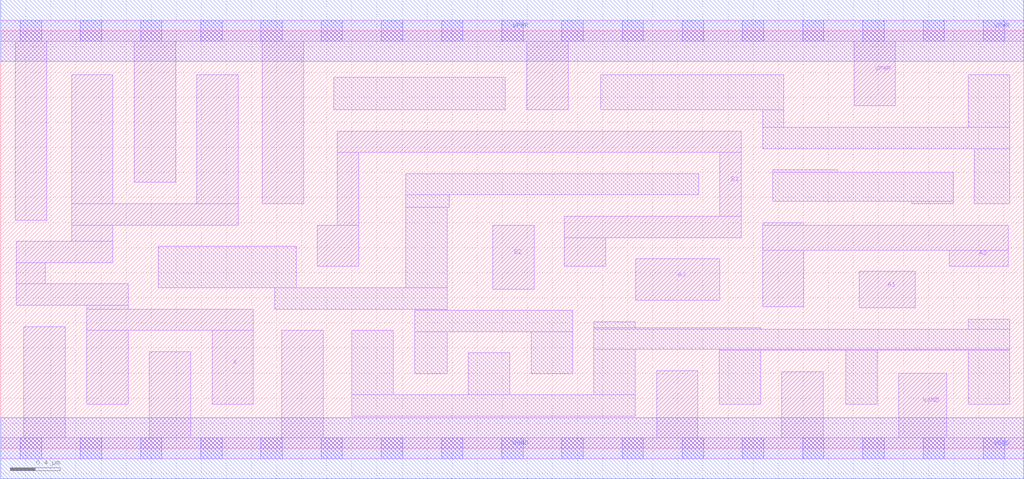
<source format=lef>
# Copyright 2020 The SkyWater PDK Authors
#
# Licensed under the Apache License, Version 2.0 (the "License");
# you may not use this file except in compliance with the License.
# You may obtain a copy of the License at
#
#     https://www.apache.org/licenses/LICENSE-2.0
#
# Unless required by applicable law or agreed to in writing, software
# distributed under the License is distributed on an "AS IS" BASIS,
# WITHOUT WARRANTIES OR CONDITIONS OF ANY KIND, either express or implied.
# See the License for the specific language governing permissions and
# limitations under the License.
#
# SPDX-License-Identifier: Apache-2.0

VERSION 5.7 ;
  NAMESCASESENSITIVE ON ;
  NOWIREEXTENSIONATPIN ON ;
  DIVIDERCHAR "/" ;
  BUSBITCHARS "[]" ;
UNITS
  DATABASE MICRONS 200 ;
END UNITS
MACRO sky130_fd_sc_hs__o32a_4
  CLASS CORE ;
  SOURCE USER ;
  FOREIGN sky130_fd_sc_hs__o32a_4 ;
  ORIGIN  0.000000  0.000000 ;
  SIZE  8.160000 BY  3.330000 ;
  SYMMETRY X Y ;
  SITE unit ;
  PIN A1
    ANTENNAGATEAREA  0.492000 ;
    DIRECTION INPUT ;
    USE SIGNAL ;
    PORT
      LAYER li1 ;
        RECT 6.845000 1.120000 7.295000 1.410000 ;
    END
  END A1
  PIN A2
    ANTENNAGATEAREA  0.492000 ;
    DIRECTION INPUT ;
    USE SIGNAL ;
    PORT
      LAYER li1 ;
        RECT 6.075000 1.130000 6.405000 1.580000 ;
        RECT 6.075000 1.580000 8.035000 1.780000 ;
        RECT 6.075000 1.780000 6.405000 1.800000 ;
        RECT 7.565000 1.450000 8.035000 1.580000 ;
    END
  END A2
  PIN A3
    ANTENNAGATEAREA  0.492000 ;
    DIRECTION INPUT ;
    USE SIGNAL ;
    PORT
      LAYER li1 ;
        RECT 5.065000 1.180000 5.735000 1.510000 ;
    END
  END A3
  PIN B1
    ANTENNAGATEAREA  0.492000 ;
    DIRECTION INPUT ;
    USE SIGNAL ;
    PORT
      LAYER li1 ;
        RECT 2.525000 1.450000 2.855000 1.780000 ;
        RECT 2.685000 1.780000 2.855000 2.360000 ;
        RECT 2.685000 2.360000 5.905000 2.530000 ;
        RECT 4.495000 1.450000 4.825000 1.680000 ;
        RECT 4.495000 1.680000 5.905000 1.850000 ;
        RECT 5.735000 1.850000 5.905000 2.360000 ;
    END
  END B1
  PIN B2
    ANTENNAGATEAREA  0.492000 ;
    DIRECTION INPUT ;
    USE SIGNAL ;
    PORT
      LAYER li1 ;
        RECT 3.925000 1.270000 4.255000 1.780000 ;
    END
  END B2
  PIN X
    ANTENNADIFFAREA  1.313300 ;
    DIRECTION OUTPUT ;
    USE SIGNAL ;
    PORT
      LAYER li1 ;
        RECT 0.125000 1.140000 1.015000 1.310000 ;
        RECT 0.125000 1.310000 0.355000 1.480000 ;
        RECT 0.125000 1.480000 0.895000 1.650000 ;
        RECT 0.565000 1.650000 0.895000 1.780000 ;
        RECT 0.565000 1.780000 1.895000 1.950000 ;
        RECT 0.565000 1.950000 0.895000 2.980000 ;
        RECT 0.685000 0.350000 1.015000 0.940000 ;
        RECT 0.685000 0.940000 2.015000 1.110000 ;
        RECT 0.685000 1.110000 1.015000 1.140000 ;
        RECT 1.565000 1.950000 1.895000 2.980000 ;
        RECT 1.685000 0.350000 2.015000 0.940000 ;
    END
  END X
  PIN VGND
    DIRECTION INOUT ;
    USE GROUND ;
    PORT
      LAYER li1 ;
        RECT 0.000000 -0.085000 8.160000 0.085000 ;
        RECT 0.185000  0.085000 0.515000 0.970000 ;
        RECT 1.185000  0.085000 1.515000 0.770000 ;
        RECT 2.240000  0.085000 2.570000 0.940000 ;
        RECT 5.230000  0.085000 5.560000 0.620000 ;
        RECT 6.230000  0.085000 6.560000 0.610000 ;
        RECT 7.160000  0.085000 7.545000 0.600000 ;
      LAYER mcon ;
        RECT 0.155000 -0.085000 0.325000 0.085000 ;
        RECT 0.635000 -0.085000 0.805000 0.085000 ;
        RECT 1.115000 -0.085000 1.285000 0.085000 ;
        RECT 1.595000 -0.085000 1.765000 0.085000 ;
        RECT 2.075000 -0.085000 2.245000 0.085000 ;
        RECT 2.555000 -0.085000 2.725000 0.085000 ;
        RECT 3.035000 -0.085000 3.205000 0.085000 ;
        RECT 3.515000 -0.085000 3.685000 0.085000 ;
        RECT 3.995000 -0.085000 4.165000 0.085000 ;
        RECT 4.475000 -0.085000 4.645000 0.085000 ;
        RECT 4.955000 -0.085000 5.125000 0.085000 ;
        RECT 5.435000 -0.085000 5.605000 0.085000 ;
        RECT 5.915000 -0.085000 6.085000 0.085000 ;
        RECT 6.395000 -0.085000 6.565000 0.085000 ;
        RECT 6.875000 -0.085000 7.045000 0.085000 ;
        RECT 7.355000 -0.085000 7.525000 0.085000 ;
        RECT 7.835000 -0.085000 8.005000 0.085000 ;
      LAYER met1 ;
        RECT 0.000000 -0.245000 8.160000 0.245000 ;
    END
  END VGND
  PIN VPWR
    DIRECTION INOUT ;
    USE POWER ;
    PORT
      LAYER li1 ;
        RECT 0.000000 3.245000 8.160000 3.415000 ;
        RECT 0.115000 1.820000 0.365000 3.245000 ;
        RECT 1.065000 2.120000 1.395000 3.245000 ;
        RECT 2.085000 1.950000 2.415000 3.245000 ;
        RECT 4.195000 2.700000 4.525000 3.245000 ;
        RECT 6.805000 2.730000 7.135000 3.245000 ;
      LAYER mcon ;
        RECT 0.155000 3.245000 0.325000 3.415000 ;
        RECT 0.635000 3.245000 0.805000 3.415000 ;
        RECT 1.115000 3.245000 1.285000 3.415000 ;
        RECT 1.595000 3.245000 1.765000 3.415000 ;
        RECT 2.075000 3.245000 2.245000 3.415000 ;
        RECT 2.555000 3.245000 2.725000 3.415000 ;
        RECT 3.035000 3.245000 3.205000 3.415000 ;
        RECT 3.515000 3.245000 3.685000 3.415000 ;
        RECT 3.995000 3.245000 4.165000 3.415000 ;
        RECT 4.475000 3.245000 4.645000 3.415000 ;
        RECT 4.955000 3.245000 5.125000 3.415000 ;
        RECT 5.435000 3.245000 5.605000 3.415000 ;
        RECT 5.915000 3.245000 6.085000 3.415000 ;
        RECT 6.395000 3.245000 6.565000 3.415000 ;
        RECT 6.875000 3.245000 7.045000 3.415000 ;
        RECT 7.355000 3.245000 7.525000 3.415000 ;
        RECT 7.835000 3.245000 8.005000 3.415000 ;
      LAYER met1 ;
        RECT 0.000000 3.085000 8.160000 3.575000 ;
    END
  END VPWR
  OBS
    LAYER li1 ;
      RECT 1.255000 1.280000 2.355000 1.610000 ;
      RECT 2.185000 1.110000 3.560000 1.280000 ;
      RECT 2.655000 2.700000 4.025000 2.960000 ;
      RECT 2.800000 0.255000 5.060000 0.425000 ;
      RECT 2.800000 0.425000 3.130000 0.940000 ;
      RECT 3.230000 1.280000 3.560000 1.920000 ;
      RECT 3.230000 1.920000 3.575000 2.020000 ;
      RECT 3.230000 2.020000 5.565000 2.190000 ;
      RECT 3.300000 0.595000 3.560000 0.930000 ;
      RECT 3.300000 0.930000 4.560000 1.100000 ;
      RECT 3.300000 1.100000 3.560000 1.110000 ;
      RECT 3.730000 0.425000 4.060000 0.760000 ;
      RECT 4.230000 0.595000 4.560000 0.930000 ;
      RECT 4.730000 0.425000 5.060000 0.790000 ;
      RECT 4.730000 0.790000 8.045000 0.950000 ;
      RECT 4.730000 0.950000 6.060000 0.960000 ;
      RECT 4.730000 0.960000 5.060000 1.010000 ;
      RECT 4.785000 2.700000 6.245000 2.980000 ;
      RECT 5.730000 0.350000 6.060000 0.780000 ;
      RECT 5.730000 0.780000 8.045000 0.790000 ;
      RECT 6.075000 2.390000 8.045000 2.560000 ;
      RECT 6.075000 2.560000 6.245000 2.700000 ;
      RECT 6.155000 1.970000 7.595000 2.200000 ;
      RECT 6.155000 2.200000 6.675000 2.220000 ;
      RECT 6.740000 0.350000 6.990000 0.780000 ;
      RECT 7.265000 1.950000 7.595000 1.970000 ;
      RECT 7.715000 0.350000 8.045000 0.780000 ;
      RECT 7.715000 0.950000 8.045000 1.030000 ;
      RECT 7.715000 2.560000 8.045000 2.980000 ;
      RECT 7.765000 1.950000 8.045000 2.390000 ;
  END
END sky130_fd_sc_hs__o32a_4

</source>
